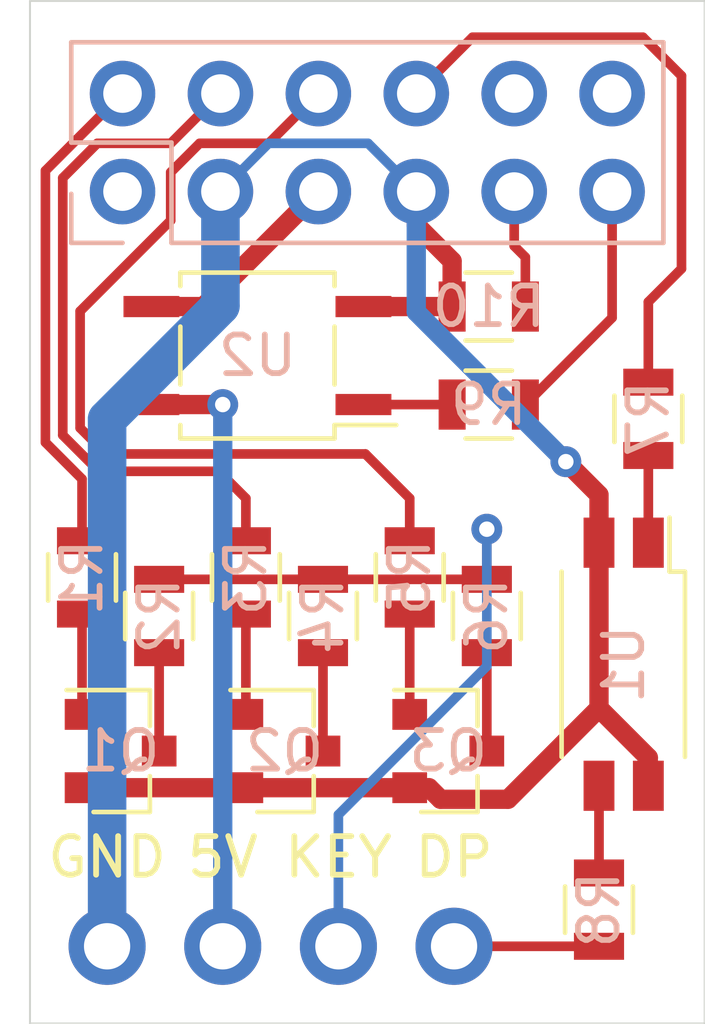
<source format=kicad_pcb>
(kicad_pcb (version 20171130) (host pcbnew "(5.1.7)-1")

  (general
    (thickness 1.6)
    (drawings 8)
    (tracks 79)
    (zones 0)
    (modules 20)
    (nets 24)
  )

  (page A4)
  (layers
    (0 F.Cu signal)
    (31 B.Cu signal)
    (32 B.Adhes user)
    (33 F.Adhes user)
    (34 B.Paste user)
    (35 F.Paste user)
    (36 B.SilkS user)
    (37 F.SilkS user)
    (38 B.Mask user)
    (39 F.Mask user)
    (40 Dwgs.User user)
    (41 Cmts.User user)
    (42 Eco1.User user)
    (43 Eco2.User user)
    (44 Edge.Cuts user)
    (45 Margin user)
    (46 B.CrtYd user)
    (47 F.CrtYd user)
    (48 B.Fab user hide)
    (49 F.Fab user hide)
  )

  (setup
    (last_trace_width 0.25)
    (user_trace_width 0.5)
    (user_trace_width 0.75)
    (user_trace_width 1)
    (user_trace_width 1.5)
    (trace_clearance 0.2)
    (zone_clearance 0.508)
    (zone_45_only no)
    (trace_min 0.2)
    (via_size 0.8)
    (via_drill 0.4)
    (via_min_size 0.4)
    (via_min_drill 0.3)
    (uvia_size 0.3)
    (uvia_drill 0.1)
    (uvias_allowed no)
    (uvia_min_size 0.2)
    (uvia_min_drill 0.1)
    (edge_width 0.05)
    (segment_width 0.2)
    (pcb_text_width 0.3)
    (pcb_text_size 1.5 1.5)
    (mod_edge_width 0.12)
    (mod_text_size 1 1)
    (mod_text_width 0.15)
    (pad_size 1.7 1.7)
    (pad_drill 1)
    (pad_to_mask_clearance 0)
    (aux_axis_origin 0 0)
    (visible_elements 7FFFFF7F)
    (pcbplotparams
      (layerselection 0x010fc_ffffffff)
      (usegerberextensions true)
      (usegerberattributes false)
      (usegerberadvancedattributes false)
      (creategerberjobfile false)
      (excludeedgelayer true)
      (linewidth 0.100000)
      (plotframeref false)
      (viasonmask false)
      (mode 1)
      (useauxorigin false)
      (hpglpennumber 1)
      (hpglpenspeed 20)
      (hpglpendiameter 15.000000)
      (psnegative false)
      (psa4output false)
      (plotreference true)
      (plotvalue false)
      (plotinvisibletext false)
      (padsonsilk false)
      (subtractmaskfromsilk true)
      (outputformat 1)
      (mirror false)
      (drillshape 0)
      (scaleselection 1)
      (outputdirectory "gerber"))
  )

  (net 0 "")
  (net 1 "Net-(Q1-Pad1)")
  (net 2 "Net-(Q2-Pad1)")
  (net 3 "Net-(Q3-Pad1)")
  (net 4 GND)
  (net 5 KEY)
  (net 6 "Net-(J1-Pad12)")
  (net 7 "Net-(Q1-Pad3)")
  (net 8 "Net-(Q2-Pad3)")
  (net 9 "Net-(Q3-Pad3)")
  (net 10 3.3V)
  (net 11 PA5)
  (net 12 PA4)
  (net 13 5V)
  (net 14 PA3)
  (net 15 PA2)
  (net 16 PB11)
  (net 17 PA1)
  (net 18 PB10)
  (net 19 DP)
  (net 20 "Net-(J3-Pad1)")
  (net 21 "Net-(R7-Pad1)")
  (net 22 "Net-(R8-Pad2)")
  (net 23 "Net-(R9-Pad1)")

  (net_class Default "This is the default net class."
    (clearance 0.2)
    (trace_width 0.25)
    (via_dia 0.8)
    (via_drill 0.4)
    (uvia_dia 0.3)
    (uvia_drill 0.1)
    (add_net 3.3V)
    (add_net 5V)
    (add_net DP)
    (add_net GND)
    (add_net KEY)
    (add_net "Net-(J1-Pad12)")
    (add_net "Net-(J3-Pad1)")
    (add_net "Net-(Q1-Pad1)")
    (add_net "Net-(Q1-Pad3)")
    (add_net "Net-(Q2-Pad1)")
    (add_net "Net-(Q2-Pad3)")
    (add_net "Net-(Q3-Pad1)")
    (add_net "Net-(Q3-Pad3)")
    (add_net "Net-(R7-Pad1)")
    (add_net "Net-(R8-Pad2)")
    (add_net "Net-(R9-Pad1)")
    (add_net PA1)
    (add_net PA2)
    (add_net PA3)
    (add_net PA4)
    (add_net PA5)
    (add_net PB10)
    (add_net PB11)
  )

  (module Housings_SSOP:SOP-4_4.4x2.8mm_Pitch1.27mm (layer F.Cu) (tedit 58A079E7) (tstamp 6230EAB2)
    (at 30.5 32 270)
    (descr "4-Lead Plastic Small Outline http://www.vishay.com/docs/49633/sg2098.pdf")
    (tags "SOP 1.27")
    (path /6209A4FA)
    (attr smd)
    (fp_text reference U1 (at 0 0 90) (layer B.SilkS)
      (effects (font (size 1 1) (thickness 0.15)) (justify mirror))
    )
    (fp_text value LTV-217 (at 1 2.5 90) (layer F.Fab)
      (effects (font (size 1 1) (thickness 0.15)))
    )
    (fp_text user %R (at 0 0 90) (layer F.Fab)
      (effects (font (size 0.8 0.8) (thickness 0.15)))
    )
    (fp_line (start -2.2 -0.79) (end -1.6 -1.39) (layer F.Fab) (width 0.1))
    (fp_line (start -2.4 -1.59) (end -2.4 -1.19) (layer F.SilkS) (width 0.12))
    (fp_line (start -2.4 -1.19) (end -3.8 -1.19) (layer F.SilkS) (width 0.12))
    (fp_line (start -1.6 -1.39) (end 2.2 -1.39) (layer F.Fab) (width 0.1))
    (fp_line (start 2.2 -1.39) (end 2.2 1.41) (layer F.Fab) (width 0.1))
    (fp_line (start 2.2 1.41) (end -2.2 1.41) (layer F.Fab) (width 0.1))
    (fp_line (start -2.2 1.41) (end -2.2 -0.79) (layer F.Fab) (width 0.1))
    (fp_line (start -2.4 -1.59) (end 2.4 -1.59) (layer F.SilkS) (width 0.12))
    (fp_line (start -2.4 1.61) (end 2.4 1.61) (layer F.SilkS) (width 0.12))
    (fp_line (start -4.05 -1.64) (end 4.05 -1.64) (layer F.CrtYd) (width 0.05))
    (fp_line (start -4.05 -1.64) (end -4.05 1.66) (layer F.CrtYd) (width 0.05))
    (fp_line (start 4.05 1.66) (end 4.05 -1.64) (layer F.CrtYd) (width 0.05))
    (fp_line (start 4.05 1.66) (end -4.05 1.66) (layer F.CrtYd) (width 0.05))
    (pad 4 smd rect (at 3.15 -0.64 270) (size 1.3 0.8) (layers F.Cu F.Paste F.Mask)
      (net 4 GND))
    (pad 3 smd rect (at 3.15 0.64 270) (size 1.3 0.8) (layers F.Cu F.Paste F.Mask)
      (net 22 "Net-(R8-Pad2)"))
    (pad 2 smd rect (at -3.15 0.64 270) (size 1.3 0.8) (layers F.Cu F.Paste F.Mask)
      (net 4 GND))
    (pad 1 smd rect (at -3.15 -0.64 270) (size 1.3 0.8) (layers F.Cu F.Paste F.Mask)
      (net 21 "Net-(R7-Pad1)"))
    (model ${KISYS3DMOD}/Housings_SSOP.3dshapes/SOP-4_4.4x2.8mm_Pitch1.27mm.wrl
      (at (xyz 0 0 0))
      (scale (xyz 1 1 1))
      (rotate (xyz 0 0 0))
    )
  )

  (module Housings_SSOP:SOP-4_3.8x4.1mm_Pitch2.54mm (layer F.Cu) (tedit 59597039) (tstamp 6230E57F)
    (at 21 24 180)
    (descr "Specialized footprint for IXYS CPC1017N solid state relay similar to SO-4 http://www.ixysic.com/home/pdfs.nsf/www/CPC1017N.pdf/$file/CPC1017N.pdf")
    (tags "SO SOIC 2.54")
    (path /623115FD)
    (attr smd)
    (fp_text reference U2 (at 0 0) (layer B.SilkS)
      (effects (font (size 1 1) (thickness 0.15)) (justify mirror))
    )
    (fp_text value AQY282SX (at 0 3.5) (layer F.Fab)
      (effects (font (size 1 1) (thickness 0.15)))
    )
    (fp_line (start -1.905 -1.0445) (end -0.905 -2.0445) (layer F.Fab) (width 0.1))
    (fp_line (start 2 0.75) (end 2 -0.75) (layer F.SilkS) (width 0.12))
    (fp_line (start -2 0.75) (end -2 -0.75) (layer F.SilkS) (width 0.12))
    (fp_line (start -1.905 2.0445) (end -1.905 -1.0445) (layer F.Fab) (width 0.1))
    (fp_line (start 1.905 2.0445) (end 1.905 -2.0445) (layer F.Fab) (width 0.1))
    (fp_line (start -1.905 2.0445) (end 1.905 2.0445) (layer F.Fab) (width 0.1))
    (fp_line (start 3.73 -2.3) (end 3.73 2.3) (layer F.CrtYd) (width 0.05))
    (fp_line (start 3.73 2.3) (end -3.73 2.3) (layer F.CrtYd) (width 0.05))
    (fp_line (start -3.73 2.3) (end -3.73 -2.3) (layer F.CrtYd) (width 0.05))
    (fp_line (start -3.73 -2.3) (end 3.73 -2.3) (layer F.CrtYd) (width 0.05))
    (fp_line (start -2 -1.8) (end -2 -2.15) (layer F.SilkS) (width 0.12))
    (fp_line (start -2 -2.15) (end 2 -2.15) (layer F.SilkS) (width 0.12))
    (fp_line (start 2 -2.15) (end 2 -1.8) (layer F.SilkS) (width 0.12))
    (fp_line (start -2 -1.8) (end -3.6 -1.8) (layer F.SilkS) (width 0.12))
    (fp_line (start -2 1.8) (end -2 2.15) (layer F.SilkS) (width 0.12))
    (fp_line (start -2 2.15) (end 2 2.15) (layer F.SilkS) (width 0.12))
    (fp_line (start 2 2.15) (end 2 1.8) (layer F.SilkS) (width 0.12))
    (fp_line (start -0.905 -2.0445) (end 1.905 -2.0445) (layer F.Fab) (width 0.1))
    (fp_text user %R (at 0 0) (layer F.Fab)
      (effects (font (size 0.8 0.8) (thickness 0.12)))
    )
    (pad 1 smd rect (at -2.75 -1.27 180) (size 1.45 0.55) (layers F.Cu F.Paste F.Mask)
      (net 23 "Net-(R9-Pad1)"))
    (pad 2 smd rect (at -2.75 1.27 180) (size 1.45 0.55) (layers F.Cu F.Paste F.Mask)
      (net 4 GND))
    (pad 3 smd rect (at 2.75 1.27 180) (size 1.45 0.55) (layers F.Cu F.Paste F.Mask)
      (net 13 5V))
    (pad 4 smd rect (at 2.75 -1.27 180) (size 1.45 0.55) (layers F.Cu F.Paste F.Mask)
      (net 20 "Net-(J3-Pad1)"))
    (model ${KISYS3DMOD}/Housings_SSOP.3dshapes/SOP-4_3.8x4.1mm_Pitch2.54mm.wrl
      (at (xyz 0 0 0))
      (scale (xyz 1 1 1))
      (rotate (xyz 0 0 0))
    )
  )

  (module Resistors_SMD:R_0805 (layer F.Cu) (tedit 58E0A804) (tstamp 6230E525)
    (at 27 25.27)
    (descr "Resistor SMD 0805, reflow soldering, Vishay (see dcrcw.pdf)")
    (tags "resistor 0805")
    (path /6231C84F)
    (attr smd)
    (fp_text reference R9 (at 0 0) (layer B.SilkS)
      (effects (font (size 1 1) (thickness 0.15)) (justify mirror))
    )
    (fp_text value 820 (at 0 1.75) (layer F.Fab)
      (effects (font (size 1 1) (thickness 0.15)))
    )
    (fp_line (start 1.55 0.9) (end -1.55 0.9) (layer F.CrtYd) (width 0.05))
    (fp_line (start 1.55 0.9) (end 1.55 -0.9) (layer F.CrtYd) (width 0.05))
    (fp_line (start -1.55 -0.9) (end -1.55 0.9) (layer F.CrtYd) (width 0.05))
    (fp_line (start -1.55 -0.9) (end 1.55 -0.9) (layer F.CrtYd) (width 0.05))
    (fp_line (start -0.6 -0.88) (end 0.6 -0.88) (layer F.SilkS) (width 0.12))
    (fp_line (start 0.6 0.88) (end -0.6 0.88) (layer F.SilkS) (width 0.12))
    (fp_line (start -1 -0.62) (end 1 -0.62) (layer F.Fab) (width 0.1))
    (fp_line (start 1 -0.62) (end 1 0.62) (layer F.Fab) (width 0.1))
    (fp_line (start 1 0.62) (end -1 0.62) (layer F.Fab) (width 0.1))
    (fp_line (start -1 0.62) (end -1 -0.62) (layer F.Fab) (width 0.1))
    (fp_text user %R (at 0 0) (layer F.Fab)
      (effects (font (size 0.5 0.5) (thickness 0.075)))
    )
    (pad 1 smd rect (at -0.95 0) (size 0.7 1.3) (layers F.Cu F.Paste F.Mask)
      (net 23 "Net-(R9-Pad1)"))
    (pad 2 smd rect (at 0.95 0) (size 0.7 1.3) (layers F.Cu F.Paste F.Mask)
      (net 18 PB10))
    (model ${KISYS3DMOD}/Resistors_SMD.3dshapes/R_0805.wrl
      (at (xyz 0 0 0))
      (scale (xyz 1 1 1))
      (rotate (xyz 0 0 0))
    )
  )

  (module Wire_Pads:SolderWirePad_single_1mmDrill (layer F.Cu) (tedit 620A1F99) (tstamp 620A4534)
    (at 26.1 39.31)
    (path /620E0D04)
    (fp_text reference J5 (at 0 -3.81) (layer F.SilkS) hide
      (effects (font (size 1 1) (thickness 0.15)))
    )
    (fp_text value Conn_01x01 (at -1.905 3.175) (layer F.Fab)
      (effects (font (size 1 1) (thickness 0.15)))
    )
    (pad 1 thru_hole circle (at 0 0) (size 2 2) (drill 1.2) (layers *.Cu *.Mask)
      (net 19 DP))
  )

  (module Wire_Pads:SolderWirePad_single_1mmDrill (layer F.Cu) (tedit 620A1FA2) (tstamp 620A4531)
    (at 23.1 39.31)
    (path /620E0A64)
    (fp_text reference J4 (at 0 -3.81) (layer F.SilkS) hide
      (effects (font (size 1 1) (thickness 0.15)))
    )
    (fp_text value Conn_01x01 (at -1.905 3.175) (layer F.Fab)
      (effects (font (size 1 1) (thickness 0.15)))
    )
    (pad 1 thru_hole circle (at 0 0) (size 2 2) (drill 1.2) (layers *.Cu *.Mask)
      (net 5 KEY))
  )

  (module Wire_Pads:SolderWirePad_single_1mmDrill (layer F.Cu) (tedit 620A1FAA) (tstamp 620A452E)
    (at 20.1 39.31)
    (path /620E063F)
    (fp_text reference J3 (at 0 -3.81) (layer F.SilkS) hide
      (effects (font (size 1 1) (thickness 0.15)))
    )
    (fp_text value Conn_01x01 (at -1.905 3.175) (layer F.Fab)
      (effects (font (size 1 1) (thickness 0.15)))
    )
    (pad 1 thru_hole circle (at 0 0) (size 2 2) (drill 1.2) (layers *.Cu *.Mask)
      (net 20 "Net-(J3-Pad1)"))
  )

  (module Wire_Pads:SolderWirePad_single_1mmDrill (layer F.Cu) (tedit 620A1FB3) (tstamp 620A452B)
    (at 17.1 39.31)
    (path /620DFC49)
    (fp_text reference J2 (at 0 -3.81) (layer F.SilkS) hide
      (effects (font (size 1 1) (thickness 0.15)))
    )
    (fp_text value Conn_01x01 (at -1.905 3.175) (layer F.Fab)
      (effects (font (size 1 1) (thickness 0.15)))
    )
    (pad 1 thru_hole circle (at 0 0) (size 2 2) (drill 1.2) (layers *.Cu *.Mask)
      (net 4 GND))
  )

  (module Resistors_SMD:R_0805 (layer F.Cu) (tedit 58E0A804) (tstamp 620977D5)
    (at 29.86 38.36 90)
    (descr "Resistor SMD 0805, reflow soldering, Vishay (see dcrcw.pdf)")
    (tags "resistor 0805")
    (path /620B02F2)
    (attr smd)
    (fp_text reference R8 (at 0 0 90) (layer B.SilkS)
      (effects (font (size 1 1) (thickness 0.15)) (justify mirror))
    )
    (fp_text value 10k (at 0 1.75 90) (layer F.Fab)
      (effects (font (size 1 1) (thickness 0.15)))
    )
    (fp_line (start 1.55 0.9) (end -1.55 0.9) (layer F.CrtYd) (width 0.05))
    (fp_line (start 1.55 0.9) (end 1.55 -0.9) (layer F.CrtYd) (width 0.05))
    (fp_line (start -1.55 -0.9) (end -1.55 0.9) (layer F.CrtYd) (width 0.05))
    (fp_line (start -1.55 -0.9) (end 1.55 -0.9) (layer F.CrtYd) (width 0.05))
    (fp_line (start -0.6 -0.88) (end 0.6 -0.88) (layer F.SilkS) (width 0.12))
    (fp_line (start 0.6 0.88) (end -0.6 0.88) (layer F.SilkS) (width 0.12))
    (fp_line (start -1 -0.62) (end 1 -0.62) (layer F.Fab) (width 0.1))
    (fp_line (start 1 -0.62) (end 1 0.62) (layer F.Fab) (width 0.1))
    (fp_line (start 1 0.62) (end -1 0.62) (layer F.Fab) (width 0.1))
    (fp_line (start -1 0.62) (end -1 -0.62) (layer F.Fab) (width 0.1))
    (fp_text user %R (at 0 0 90) (layer F.Fab)
      (effects (font (size 0.5 0.5) (thickness 0.075)))
    )
    (pad 1 smd rect (at -0.95 0 90) (size 0.7 1.3) (layers F.Cu F.Paste F.Mask)
      (net 19 DP))
    (pad 2 smd rect (at 0.95 0 90) (size 0.7 1.3) (layers F.Cu F.Paste F.Mask)
      (net 22 "Net-(R8-Pad2)"))
    (model ${KISYS3DMOD}/Resistors_SMD.3dshapes/R_0805.wrl
      (at (xyz 0 0 0))
      (scale (xyz 1 1 1))
      (rotate (xyz 0 0 0))
    )
  )

  (module Resistors_SMD:R_0805 (layer F.Cu) (tedit 58E0A804) (tstamp 620977D2)
    (at 31.14 25.64 90)
    (descr "Resistor SMD 0805, reflow soldering, Vishay (see dcrcw.pdf)")
    (tags "resistor 0805")
    (path /620AE0E0)
    (attr smd)
    (fp_text reference R7 (at 0 0 90) (layer B.SilkS)
      (effects (font (size 1 1) (thickness 0.15)) (justify mirror))
    )
    (fp_text value 3.3k (at 0 1.75 90) (layer F.Fab)
      (effects (font (size 1 1) (thickness 0.15)))
    )
    (fp_text user %R (at 0 0 90) (layer F.Fab)
      (effects (font (size 0.5 0.5) (thickness 0.075)))
    )
    (fp_line (start -1 0.62) (end -1 -0.62) (layer F.Fab) (width 0.1))
    (fp_line (start 1 0.62) (end -1 0.62) (layer F.Fab) (width 0.1))
    (fp_line (start 1 -0.62) (end 1 0.62) (layer F.Fab) (width 0.1))
    (fp_line (start -1 -0.62) (end 1 -0.62) (layer F.Fab) (width 0.1))
    (fp_line (start 0.6 0.88) (end -0.6 0.88) (layer F.SilkS) (width 0.12))
    (fp_line (start -0.6 -0.88) (end 0.6 -0.88) (layer F.SilkS) (width 0.12))
    (fp_line (start -1.55 -0.9) (end 1.55 -0.9) (layer F.CrtYd) (width 0.05))
    (fp_line (start -1.55 -0.9) (end -1.55 0.9) (layer F.CrtYd) (width 0.05))
    (fp_line (start 1.55 0.9) (end 1.55 -0.9) (layer F.CrtYd) (width 0.05))
    (fp_line (start 1.55 0.9) (end -1.55 0.9) (layer F.CrtYd) (width 0.05))
    (pad 2 smd rect (at 0.95 0 90) (size 0.7 1.3) (layers F.Cu F.Paste F.Mask)
      (net 15 PA2))
    (pad 1 smd rect (at -0.95 0 90) (size 0.7 1.3) (layers F.Cu F.Paste F.Mask)
      (net 21 "Net-(R7-Pad1)"))
    (model ${KISYS3DMOD}/Resistors_SMD.3dshapes/R_0805.wrl
      (at (xyz 0 0 0))
      (scale (xyz 1 1 1))
      (rotate (xyz 0 0 0))
    )
  )

  (module Resistors_SMD:R_0805 (layer F.Cu) (tedit 58E0A804) (tstamp 620977CF)
    (at 27 22.73)
    (descr "Resistor SMD 0805, reflow soldering, Vishay (see dcrcw.pdf)")
    (tags "resistor 0805")
    (path /620A534F)
    (attr smd)
    (fp_text reference R10 (at 0 0) (layer B.SilkS)
      (effects (font (size 1 1) (thickness 0.15)) (justify mirror))
    )
    (fp_text value 1k (at 0 1.75) (layer F.Fab)
      (effects (font (size 1 1) (thickness 0.15)))
    )
    (fp_line (start 1.55 0.9) (end -1.55 0.9) (layer F.CrtYd) (width 0.05))
    (fp_line (start 1.55 0.9) (end 1.55 -0.9) (layer F.CrtYd) (width 0.05))
    (fp_line (start -1.55 -0.9) (end -1.55 0.9) (layer F.CrtYd) (width 0.05))
    (fp_line (start -1.55 -0.9) (end 1.55 -0.9) (layer F.CrtYd) (width 0.05))
    (fp_line (start -0.6 -0.88) (end 0.6 -0.88) (layer F.SilkS) (width 0.12))
    (fp_line (start 0.6 0.88) (end -0.6 0.88) (layer F.SilkS) (width 0.12))
    (fp_line (start -1 -0.62) (end 1 -0.62) (layer F.Fab) (width 0.1))
    (fp_line (start 1 -0.62) (end 1 0.62) (layer F.Fab) (width 0.1))
    (fp_line (start 1 0.62) (end -1 0.62) (layer F.Fab) (width 0.1))
    (fp_line (start -1 0.62) (end -1 -0.62) (layer F.Fab) (width 0.1))
    (fp_text user %R (at 0 0) (layer F.Fab)
      (effects (font (size 0.5 0.5) (thickness 0.075)))
    )
    (pad 1 smd rect (at -0.95 0) (size 0.7 1.3) (layers F.Cu F.Paste F.Mask)
      (net 4 GND))
    (pad 2 smd rect (at 0.95 0) (size 0.7 1.3) (layers F.Cu F.Paste F.Mask)
      (net 16 PB11))
    (model ${KISYS3DMOD}/Resistors_SMD.3dshapes/R_0805.wrl
      (at (xyz 0 0 0))
      (scale (xyz 1 1 1))
      (rotate (xyz 0 0 0))
    )
  )

  (module Resistors_SMD:R_0805 (layer F.Cu) (tedit 58E0A804) (tstamp 620977C6)
    (at 26.95 30.75 90)
    (descr "Resistor SMD 0805, reflow soldering, Vishay (see dcrcw.pdf)")
    (tags "resistor 0805")
    (path /61E4E0EF)
    (attr smd)
    (fp_text reference R6 (at 0 0 90) (layer B.SilkS)
      (effects (font (size 1 1) (thickness 0.15)) (justify mirror))
    )
    (fp_text value 9.1k (at 0 1.75 90) (layer F.Fab)
      (effects (font (size 1 1) (thickness 0.15)))
    )
    (fp_line (start 1.55 0.9) (end -1.55 0.9) (layer F.CrtYd) (width 0.05))
    (fp_line (start 1.55 0.9) (end 1.55 -0.9) (layer F.CrtYd) (width 0.05))
    (fp_line (start -1.55 -0.9) (end -1.55 0.9) (layer F.CrtYd) (width 0.05))
    (fp_line (start -1.55 -0.9) (end 1.55 -0.9) (layer F.CrtYd) (width 0.05))
    (fp_line (start -0.6 -0.88) (end 0.6 -0.88) (layer F.SilkS) (width 0.12))
    (fp_line (start 0.6 0.88) (end -0.6 0.88) (layer F.SilkS) (width 0.12))
    (fp_line (start -1 -0.62) (end 1 -0.62) (layer F.Fab) (width 0.1))
    (fp_line (start 1 -0.62) (end 1 0.62) (layer F.Fab) (width 0.1))
    (fp_line (start 1 0.62) (end -1 0.62) (layer F.Fab) (width 0.1))
    (fp_line (start -1 0.62) (end -1 -0.62) (layer F.Fab) (width 0.1))
    (fp_text user %R (at 0 0 90) (layer F.Fab)
      (effects (font (size 0.5 0.5) (thickness 0.075)))
    )
    (pad 1 smd rect (at -0.95 0 90) (size 0.7 1.3) (layers F.Cu F.Paste F.Mask)
      (net 9 "Net-(Q3-Pad3)"))
    (pad 2 smd rect (at 0.95 0 90) (size 0.7 1.3) (layers F.Cu F.Paste F.Mask)
      (net 5 KEY))
    (model ${KISYS3DMOD}/Resistors_SMD.3dshapes/R_0805.wrl
      (at (xyz 0 0 0))
      (scale (xyz 1 1 1))
      (rotate (xyz 0 0 0))
    )
  )

  (module Resistors_SMD:R_0805 (layer F.Cu) (tedit 58E0A804) (tstamp 620977C3)
    (at 24.95 29.75 90)
    (descr "Resistor SMD 0805, reflow soldering, Vishay (see dcrcw.pdf)")
    (tags "resistor 0805")
    (path /61E4E0F9)
    (attr smd)
    (fp_text reference R5 (at 0 0 90) (layer B.SilkS)
      (effects (font (size 1 1) (thickness 0.15)) (justify mirror))
    )
    (fp_text value 3.3k (at 0 1.75 90) (layer F.Fab)
      (effects (font (size 1 1) (thickness 0.15)))
    )
    (fp_line (start 1.55 0.9) (end -1.55 0.9) (layer F.CrtYd) (width 0.05))
    (fp_line (start 1.55 0.9) (end 1.55 -0.9) (layer F.CrtYd) (width 0.05))
    (fp_line (start -1.55 -0.9) (end -1.55 0.9) (layer F.CrtYd) (width 0.05))
    (fp_line (start -1.55 -0.9) (end 1.55 -0.9) (layer F.CrtYd) (width 0.05))
    (fp_line (start -0.6 -0.88) (end 0.6 -0.88) (layer F.SilkS) (width 0.12))
    (fp_line (start 0.6 0.88) (end -0.6 0.88) (layer F.SilkS) (width 0.12))
    (fp_line (start -1 -0.62) (end 1 -0.62) (layer F.Fab) (width 0.1))
    (fp_line (start 1 -0.62) (end 1 0.62) (layer F.Fab) (width 0.1))
    (fp_line (start 1 0.62) (end -1 0.62) (layer F.Fab) (width 0.1))
    (fp_line (start -1 0.62) (end -1 -0.62) (layer F.Fab) (width 0.1))
    (fp_text user %R (at 0 0 90) (layer F.Fab)
      (effects (font (size 0.5 0.5) (thickness 0.075)))
    )
    (pad 1 smd rect (at -0.95 0 90) (size 0.7 1.3) (layers F.Cu F.Paste F.Mask)
      (net 3 "Net-(Q3-Pad1)"))
    (pad 2 smd rect (at 0.95 0 90) (size 0.7 1.3) (layers F.Cu F.Paste F.Mask)
      (net 14 PA3))
    (model ${KISYS3DMOD}/Resistors_SMD.3dshapes/R_0805.wrl
      (at (xyz 0 0 0))
      (scale (xyz 1 1 1))
      (rotate (xyz 0 0 0))
    )
  )

  (module Resistors_SMD:R_0805 (layer F.Cu) (tedit 58E0A804) (tstamp 620977C0)
    (at 22.7 30.75 90)
    (descr "Resistor SMD 0805, reflow soldering, Vishay (see dcrcw.pdf)")
    (tags "resistor 0805")
    (path /61E5120D)
    (attr smd)
    (fp_text reference R4 (at 0 0 90) (layer B.SilkS)
      (effects (font (size 1 1) (thickness 0.15)) (justify mirror))
    )
    (fp_text value 33k (at 0 1.75 90) (layer F.Fab)
      (effects (font (size 1 1) (thickness 0.15)))
    )
    (fp_line (start 1.55 0.9) (end -1.55 0.9) (layer F.CrtYd) (width 0.05))
    (fp_line (start 1.55 0.9) (end 1.55 -0.9) (layer F.CrtYd) (width 0.05))
    (fp_line (start -1.55 -0.9) (end -1.55 0.9) (layer F.CrtYd) (width 0.05))
    (fp_line (start -1.55 -0.9) (end 1.55 -0.9) (layer F.CrtYd) (width 0.05))
    (fp_line (start -0.6 -0.88) (end 0.6 -0.88) (layer F.SilkS) (width 0.12))
    (fp_line (start 0.6 0.88) (end -0.6 0.88) (layer F.SilkS) (width 0.12))
    (fp_line (start -1 -0.62) (end 1 -0.62) (layer F.Fab) (width 0.1))
    (fp_line (start 1 -0.62) (end 1 0.62) (layer F.Fab) (width 0.1))
    (fp_line (start 1 0.62) (end -1 0.62) (layer F.Fab) (width 0.1))
    (fp_line (start -1 0.62) (end -1 -0.62) (layer F.Fab) (width 0.1))
    (fp_text user %R (at 0 0 90) (layer F.Fab)
      (effects (font (size 0.5 0.5) (thickness 0.075)))
    )
    (pad 1 smd rect (at -0.95 0 90) (size 0.7 1.3) (layers F.Cu F.Paste F.Mask)
      (net 8 "Net-(Q2-Pad3)"))
    (pad 2 smd rect (at 0.95 0 90) (size 0.7 1.3) (layers F.Cu F.Paste F.Mask)
      (net 5 KEY))
    (model ${KISYS3DMOD}/Resistors_SMD.3dshapes/R_0805.wrl
      (at (xyz 0 0 0))
      (scale (xyz 1 1 1))
      (rotate (xyz 0 0 0))
    )
  )

  (module Resistors_SMD:R_0805 (layer F.Cu) (tedit 58E0A804) (tstamp 620977BD)
    (at 20.7 29.75 90)
    (descr "Resistor SMD 0805, reflow soldering, Vishay (see dcrcw.pdf)")
    (tags "resistor 0805")
    (path /61E51217)
    (attr smd)
    (fp_text reference R3 (at 0 0 90) (layer B.SilkS)
      (effects (font (size 1 1) (thickness 0.15)) (justify mirror))
    )
    (fp_text value 3.3k (at 0 1.75 90) (layer F.Fab)
      (effects (font (size 1 1) (thickness 0.15)))
    )
    (fp_line (start 1.55 0.9) (end -1.55 0.9) (layer F.CrtYd) (width 0.05))
    (fp_line (start 1.55 0.9) (end 1.55 -0.9) (layer F.CrtYd) (width 0.05))
    (fp_line (start -1.55 -0.9) (end -1.55 0.9) (layer F.CrtYd) (width 0.05))
    (fp_line (start -1.55 -0.9) (end 1.55 -0.9) (layer F.CrtYd) (width 0.05))
    (fp_line (start -0.6 -0.88) (end 0.6 -0.88) (layer F.SilkS) (width 0.12))
    (fp_line (start 0.6 0.88) (end -0.6 0.88) (layer F.SilkS) (width 0.12))
    (fp_line (start -1 -0.62) (end 1 -0.62) (layer F.Fab) (width 0.1))
    (fp_line (start 1 -0.62) (end 1 0.62) (layer F.Fab) (width 0.1))
    (fp_line (start 1 0.62) (end -1 0.62) (layer F.Fab) (width 0.1))
    (fp_line (start -1 0.62) (end -1 -0.62) (layer F.Fab) (width 0.1))
    (fp_text user %R (at 0 0 90) (layer F.Fab)
      (effects (font (size 0.5 0.5) (thickness 0.075)))
    )
    (pad 1 smd rect (at -0.95 0 90) (size 0.7 1.3) (layers F.Cu F.Paste F.Mask)
      (net 2 "Net-(Q2-Pad1)"))
    (pad 2 smd rect (at 0.95 0 90) (size 0.7 1.3) (layers F.Cu F.Paste F.Mask)
      (net 12 PA4))
    (model ${KISYS3DMOD}/Resistors_SMD.3dshapes/R_0805.wrl
      (at (xyz 0 0 0))
      (scale (xyz 1 1 1))
      (rotate (xyz 0 0 0))
    )
  )

  (module Resistors_SMD:R_0805 (layer F.Cu) (tedit 58E0A804) (tstamp 620977BA)
    (at 18.45 30.75 90)
    (descr "Resistor SMD 0805, reflow soldering, Vishay (see dcrcw.pdf)")
    (tags "resistor 0805")
    (path /61E4F7B1)
    (attr smd)
    (fp_text reference R2 (at 0 0 90) (layer B.SilkS)
      (effects (font (size 1 1) (thickness 0.15)) (justify mirror))
    )
    (fp_text value 51k (at 0 1.75 90) (layer F.Fab)
      (effects (font (size 1 1) (thickness 0.15)))
    )
    (fp_line (start 1.55 0.9) (end -1.55 0.9) (layer F.CrtYd) (width 0.05))
    (fp_line (start 1.55 0.9) (end 1.55 -0.9) (layer F.CrtYd) (width 0.05))
    (fp_line (start -1.55 -0.9) (end -1.55 0.9) (layer F.CrtYd) (width 0.05))
    (fp_line (start -1.55 -0.9) (end 1.55 -0.9) (layer F.CrtYd) (width 0.05))
    (fp_line (start -0.6 -0.88) (end 0.6 -0.88) (layer F.SilkS) (width 0.12))
    (fp_line (start 0.6 0.88) (end -0.6 0.88) (layer F.SilkS) (width 0.12))
    (fp_line (start -1 -0.62) (end 1 -0.62) (layer F.Fab) (width 0.1))
    (fp_line (start 1 -0.62) (end 1 0.62) (layer F.Fab) (width 0.1))
    (fp_line (start 1 0.62) (end -1 0.62) (layer F.Fab) (width 0.1))
    (fp_line (start -1 0.62) (end -1 -0.62) (layer F.Fab) (width 0.1))
    (fp_text user %R (at 0 0 90) (layer F.Fab)
      (effects (font (size 0.5 0.5) (thickness 0.075)))
    )
    (pad 1 smd rect (at -0.95 0 90) (size 0.7 1.3) (layers F.Cu F.Paste F.Mask)
      (net 7 "Net-(Q1-Pad3)"))
    (pad 2 smd rect (at 0.95 0 90) (size 0.7 1.3) (layers F.Cu F.Paste F.Mask)
      (net 5 KEY))
    (model ${KISYS3DMOD}/Resistors_SMD.3dshapes/R_0805.wrl
      (at (xyz 0 0 0))
      (scale (xyz 1 1 1))
      (rotate (xyz 0 0 0))
    )
  )

  (module Resistors_SMD:R_0805 (layer F.Cu) (tedit 58E0A804) (tstamp 620977B7)
    (at 16.45 29.75 90)
    (descr "Resistor SMD 0805, reflow soldering, Vishay (see dcrcw.pdf)")
    (tags "resistor 0805")
    (path /61E4F7BB)
    (attr smd)
    (fp_text reference R1 (at 0 0 90) (layer B.SilkS)
      (effects (font (size 1 1) (thickness 0.15)) (justify mirror))
    )
    (fp_text value 3.3k (at 0 1.75 90) (layer F.Fab)
      (effects (font (size 1 1) (thickness 0.15)))
    )
    (fp_line (start 1.55 0.9) (end -1.55 0.9) (layer F.CrtYd) (width 0.05))
    (fp_line (start 1.55 0.9) (end 1.55 -0.9) (layer F.CrtYd) (width 0.05))
    (fp_line (start -1.55 -0.9) (end -1.55 0.9) (layer F.CrtYd) (width 0.05))
    (fp_line (start -1.55 -0.9) (end 1.55 -0.9) (layer F.CrtYd) (width 0.05))
    (fp_line (start -0.6 -0.88) (end 0.6 -0.88) (layer F.SilkS) (width 0.12))
    (fp_line (start 0.6 0.88) (end -0.6 0.88) (layer F.SilkS) (width 0.12))
    (fp_line (start -1 -0.62) (end 1 -0.62) (layer F.Fab) (width 0.1))
    (fp_line (start 1 -0.62) (end 1 0.62) (layer F.Fab) (width 0.1))
    (fp_line (start 1 0.62) (end -1 0.62) (layer F.Fab) (width 0.1))
    (fp_line (start -1 0.62) (end -1 -0.62) (layer F.Fab) (width 0.1))
    (fp_text user %R (at 0 0 90) (layer F.Fab)
      (effects (font (size 0.5 0.5) (thickness 0.075)))
    )
    (pad 1 smd rect (at -0.95 0 90) (size 0.7 1.3) (layers F.Cu F.Paste F.Mask)
      (net 1 "Net-(Q1-Pad1)"))
    (pad 2 smd rect (at 0.95 0 90) (size 0.7 1.3) (layers F.Cu F.Paste F.Mask)
      (net 11 PA5))
    (model ${KISYS3DMOD}/Resistors_SMD.3dshapes/R_0805.wrl
      (at (xyz 0 0 0))
      (scale (xyz 1 1 1))
      (rotate (xyz 0 0 0))
    )
  )

  (module TO_SOT_Packages_SMD:SOT-23 (layer F.Cu) (tedit 58CE4E7E) (tstamp 620977B1)
    (at 25.95 34.25)
    (descr "SOT-23, Standard")
    (tags SOT-23)
    (path /61E4DFED)
    (attr smd)
    (fp_text reference Q3 (at 0 0) (layer B.SilkS)
      (effects (font (size 1 1) (thickness 0.15)) (justify mirror))
    )
    (fp_text value BC847 (at 0 2.5) (layer F.Fab)
      (effects (font (size 1 1) (thickness 0.15)))
    )
    (fp_line (start 0.76 1.58) (end -0.7 1.58) (layer F.SilkS) (width 0.12))
    (fp_line (start 0.76 -1.58) (end -1.4 -1.58) (layer F.SilkS) (width 0.12))
    (fp_line (start -1.7 1.75) (end -1.7 -1.75) (layer F.CrtYd) (width 0.05))
    (fp_line (start 1.7 1.75) (end -1.7 1.75) (layer F.CrtYd) (width 0.05))
    (fp_line (start 1.7 -1.75) (end 1.7 1.75) (layer F.CrtYd) (width 0.05))
    (fp_line (start -1.7 -1.75) (end 1.7 -1.75) (layer F.CrtYd) (width 0.05))
    (fp_line (start 0.76 -1.58) (end 0.76 -0.65) (layer F.SilkS) (width 0.12))
    (fp_line (start 0.76 1.58) (end 0.76 0.65) (layer F.SilkS) (width 0.12))
    (fp_line (start -0.7 1.52) (end 0.7 1.52) (layer F.Fab) (width 0.1))
    (fp_line (start 0.7 -1.52) (end 0.7 1.52) (layer F.Fab) (width 0.1))
    (fp_line (start -0.7 -0.95) (end -0.15 -1.52) (layer F.Fab) (width 0.1))
    (fp_line (start -0.15 -1.52) (end 0.7 -1.52) (layer F.Fab) (width 0.1))
    (fp_line (start -0.7 -0.95) (end -0.7 1.5) (layer F.Fab) (width 0.1))
    (fp_text user %R (at 0 0 90) (layer F.Fab)
      (effects (font (size 0.5 0.5) (thickness 0.075)))
    )
    (pad 1 smd rect (at -1 -0.95) (size 0.9 0.8) (layers F.Cu F.Paste F.Mask)
      (net 3 "Net-(Q3-Pad1)"))
    (pad 2 smd rect (at -1 0.95) (size 0.9 0.8) (layers F.Cu F.Paste F.Mask)
      (net 4 GND))
    (pad 3 smd rect (at 1 0) (size 0.9 0.8) (layers F.Cu F.Paste F.Mask)
      (net 9 "Net-(Q3-Pad3)"))
    (model ${KISYS3DMOD}/TO_SOT_Packages_SMD.3dshapes/SOT-23.wrl
      (at (xyz 0 0 0))
      (scale (xyz 1 1 1))
      (rotate (xyz 0 0 0))
    )
  )

  (module TO_SOT_Packages_SMD:SOT-23 (layer F.Cu) (tedit 58CE4E7E) (tstamp 620977AE)
    (at 21.7 34.25)
    (descr "SOT-23, Standard")
    (tags SOT-23)
    (path /61E5107B)
    (attr smd)
    (fp_text reference Q2 (at 0 0) (layer B.SilkS)
      (effects (font (size 1 1) (thickness 0.15)) (justify mirror))
    )
    (fp_text value BC847 (at 0 2.5) (layer F.Fab)
      (effects (font (size 1 1) (thickness 0.15)))
    )
    (fp_line (start 0.76 1.58) (end -0.7 1.58) (layer F.SilkS) (width 0.12))
    (fp_line (start 0.76 -1.58) (end -1.4 -1.58) (layer F.SilkS) (width 0.12))
    (fp_line (start -1.7 1.75) (end -1.7 -1.75) (layer F.CrtYd) (width 0.05))
    (fp_line (start 1.7 1.75) (end -1.7 1.75) (layer F.CrtYd) (width 0.05))
    (fp_line (start 1.7 -1.75) (end 1.7 1.75) (layer F.CrtYd) (width 0.05))
    (fp_line (start -1.7 -1.75) (end 1.7 -1.75) (layer F.CrtYd) (width 0.05))
    (fp_line (start 0.76 -1.58) (end 0.76 -0.65) (layer F.SilkS) (width 0.12))
    (fp_line (start 0.76 1.58) (end 0.76 0.65) (layer F.SilkS) (width 0.12))
    (fp_line (start -0.7 1.52) (end 0.7 1.52) (layer F.Fab) (width 0.1))
    (fp_line (start 0.7 -1.52) (end 0.7 1.52) (layer F.Fab) (width 0.1))
    (fp_line (start -0.7 -0.95) (end -0.15 -1.52) (layer F.Fab) (width 0.1))
    (fp_line (start -0.15 -1.52) (end 0.7 -1.52) (layer F.Fab) (width 0.1))
    (fp_line (start -0.7 -0.95) (end -0.7 1.5) (layer F.Fab) (width 0.1))
    (fp_text user %R (at 0 0 90) (layer F.Fab)
      (effects (font (size 0.5 0.5) (thickness 0.075)))
    )
    (pad 1 smd rect (at -1 -0.95) (size 0.9 0.8) (layers F.Cu F.Paste F.Mask)
      (net 2 "Net-(Q2-Pad1)"))
    (pad 2 smd rect (at -1 0.95) (size 0.9 0.8) (layers F.Cu F.Paste F.Mask)
      (net 4 GND))
    (pad 3 smd rect (at 1 0) (size 0.9 0.8) (layers F.Cu F.Paste F.Mask)
      (net 8 "Net-(Q2-Pad3)"))
    (model ${KISYS3DMOD}/TO_SOT_Packages_SMD.3dshapes/SOT-23.wrl
      (at (xyz 0 0 0))
      (scale (xyz 1 1 1))
      (rotate (xyz 0 0 0))
    )
  )

  (module TO_SOT_Packages_SMD:SOT-23 (layer F.Cu) (tedit 58CE4E7E) (tstamp 620977AB)
    (at 17.45 34.25)
    (descr "SOT-23, Standard")
    (tags SOT-23)
    (path /61E4F667)
    (attr smd)
    (fp_text reference Q1 (at 0 0) (layer B.SilkS)
      (effects (font (size 1 1) (thickness 0.15)) (justify mirror))
    )
    (fp_text value BC847 (at 0 2.5) (layer F.Fab)
      (effects (font (size 1 1) (thickness 0.15)))
    )
    (fp_line (start 0.76 1.58) (end -0.7 1.58) (layer F.SilkS) (width 0.12))
    (fp_line (start 0.76 -1.58) (end -1.4 -1.58) (layer F.SilkS) (width 0.12))
    (fp_line (start -1.7 1.75) (end -1.7 -1.75) (layer F.CrtYd) (width 0.05))
    (fp_line (start 1.7 1.75) (end -1.7 1.75) (layer F.CrtYd) (width 0.05))
    (fp_line (start 1.7 -1.75) (end 1.7 1.75) (layer F.CrtYd) (width 0.05))
    (fp_line (start -1.7 -1.75) (end 1.7 -1.75) (layer F.CrtYd) (width 0.05))
    (fp_line (start 0.76 -1.58) (end 0.76 -0.65) (layer F.SilkS) (width 0.12))
    (fp_line (start 0.76 1.58) (end 0.76 0.65) (layer F.SilkS) (width 0.12))
    (fp_line (start -0.7 1.52) (end 0.7 1.52) (layer F.Fab) (width 0.1))
    (fp_line (start 0.7 -1.52) (end 0.7 1.52) (layer F.Fab) (width 0.1))
    (fp_line (start -0.7 -0.95) (end -0.15 -1.52) (layer F.Fab) (width 0.1))
    (fp_line (start -0.15 -1.52) (end 0.7 -1.52) (layer F.Fab) (width 0.1))
    (fp_line (start -0.7 -0.95) (end -0.7 1.5) (layer F.Fab) (width 0.1))
    (fp_text user %R (at 0 0 90) (layer F.Fab)
      (effects (font (size 0.5 0.5) (thickness 0.075)))
    )
    (pad 1 smd rect (at -1 -0.95) (size 0.9 0.8) (layers F.Cu F.Paste F.Mask)
      (net 1 "Net-(Q1-Pad1)"))
    (pad 2 smd rect (at -1 0.95) (size 0.9 0.8) (layers F.Cu F.Paste F.Mask)
      (net 4 GND))
    (pad 3 smd rect (at 1 0) (size 0.9 0.8) (layers F.Cu F.Paste F.Mask)
      (net 7 "Net-(Q1-Pad3)"))
    (model ${KISYS3DMOD}/TO_SOT_Packages_SMD.3dshapes/SOT-23.wrl
      (at (xyz 0 0 0))
      (scale (xyz 1 1 1))
      (rotate (xyz 0 0 0))
    )
  )

  (module Socket_Strips:Socket_Strip_Straight_2x06_Pitch2.54mm (layer B.Cu) (tedit 6230E814) (tstamp 6207FD01)
    (at 17.5 19.75 270)
    (descr "Through hole straight socket strip, 2x06, 2.54mm pitch, double rows")
    (tags "Through hole socket strip THT 2x06 2.54mm double row")
    (path /62082A68)
    (fp_text reference J1 (at -1.27 2.33 270) (layer B.SilkS) hide
      (effects (font (size 1 1) (thickness 0.15)) (justify mirror))
    )
    (fp_text value Conn_02x06_Odd_Even (at -1.27 -15.03 270) (layer B.Fab)
      (effects (font (size 1 1) (thickness 0.15)) (justify mirror))
    )
    (fp_line (start -3.81 1.27) (end -3.81 -13.97) (layer B.Fab) (width 0.1))
    (fp_line (start -3.81 -13.97) (end 1.27 -13.97) (layer B.Fab) (width 0.1))
    (fp_line (start 1.27 -13.97) (end 1.27 1.27) (layer B.Fab) (width 0.1))
    (fp_line (start 1.27 1.27) (end -3.81 1.27) (layer B.Fab) (width 0.1))
    (fp_line (start 1.33 -1.27) (end 1.33 -14.03) (layer B.SilkS) (width 0.12))
    (fp_line (start 1.33 -14.03) (end -3.87 -14.03) (layer B.SilkS) (width 0.12))
    (fp_line (start -3.87 -14.03) (end -3.87 1.33) (layer B.SilkS) (width 0.12))
    (fp_line (start -3.87 1.33) (end -1.27 1.33) (layer B.SilkS) (width 0.12))
    (fp_line (start -1.27 1.33) (end -1.27 -1.27) (layer B.SilkS) (width 0.12))
    (fp_line (start -1.27 -1.27) (end 1.33 -1.27) (layer B.SilkS) (width 0.12))
    (fp_line (start 1.33 0) (end 1.33 1.33) (layer B.SilkS) (width 0.12))
    (fp_line (start 1.33 1.33) (end 0.06 1.33) (layer B.SilkS) (width 0.12))
    (fp_line (start -4.35 1.8) (end -4.35 -14.5) (layer B.CrtYd) (width 0.05))
    (fp_line (start -4.35 -14.5) (end 1.8 -14.5) (layer B.CrtYd) (width 0.05))
    (fp_line (start 1.8 -14.5) (end 1.8 1.8) (layer B.CrtYd) (width 0.05))
    (fp_line (start 1.8 1.8) (end -4.35 1.8) (layer B.CrtYd) (width 0.05))
    (fp_text user %R (at -1.27 2.33 270) (layer B.Fab)
      (effects (font (size 1 1) (thickness 0.15)) (justify mirror))
    )
    (pad 1 thru_hole oval (at 0 0 270) (size 1.7 1.7) (drill 1) (layers *.Cu *.Mask)
      (net 10 3.3V))
    (pad 2 thru_hole oval (at -2.54 0 270) (size 1.7 1.7) (drill 1) (layers *.Cu *.Mask)
      (net 11 PA5))
    (pad 3 thru_hole oval (at 0 -2.54 270) (size 1.7 1.7) (drill 1) (layers *.Cu *.Mask)
      (net 4 GND))
    (pad 4 thru_hole oval (at -2.54 -2.54 270) (size 1.7 1.7) (drill 1) (layers *.Cu *.Mask)
      (net 12 PA4))
    (pad 5 thru_hole oval (at 0 -5.08 270) (size 1.7 1.7) (drill 1) (layers *.Cu *.Mask)
      (net 13 5V))
    (pad 6 thru_hole oval (at -2.54 -5.08 270) (size 1.7 1.7) (drill 1) (layers *.Cu *.Mask)
      (net 14 PA3))
    (pad 7 thru_hole oval (at 0 -7.62 270) (size 1.7 1.7) (drill 1) (layers *.Cu *.Mask)
      (net 4 GND))
    (pad 8 thru_hole oval (at -2.54 -7.62 270) (size 1.7 1.7) (drill 1) (layers *.Cu *.Mask)
      (net 15 PA2))
    (pad 9 thru_hole oval (at 0 -10.16 270) (size 1.7 1.7) (drill 1) (layers *.Cu *.Mask)
      (net 16 PB11))
    (pad 10 thru_hole oval (at -2.54 -10.16 270) (size 1.7 1.7) (drill 1) (layers *.Cu *.Mask)
      (net 17 PA1))
    (pad 11 thru_hole oval (at 0 -12.7 270) (size 1.7 1.7) (drill 1) (layers *.Cu *.Mask)
      (net 18 PB10))
    (pad 12 thru_hole oval (at -2.54 -12.7 270) (size 1.7 1.7) (drill 1) (layers *.Cu *.Mask)
      (net 6 "Net-(J1-Pad12)"))
    (model ${KISYS3DMOD}/Socket_Strips.3dshapes/Socket_Strip_Straight_2x06_Pitch2.54mm.wrl
      (offset (xyz -1.269999980926514 -6.349999904632568 0))
      (scale (xyz 1 1 1))
      (rotate (xyz 0 0 270))
    )
  )

  (gr_text DP (at 26.1 37) (layer F.SilkS)
    (effects (font (size 1 1) (thickness 0.15)))
  )
  (gr_text KEY (at 23.1 37) (layer F.SilkS)
    (effects (font (size 1 1) (thickness 0.15)))
  )
  (gr_text 5V (at 20.1 37) (layer F.SilkS)
    (effects (font (size 1 1) (thickness 0.15)))
  )
  (gr_text GND (at 17.1 37) (layer F.SilkS)
    (effects (font (size 1 1) (thickness 0.15)))
  )
  (gr_line (start 15.1 41.31) (end 15.1 14.81) (layer Edge.Cuts) (width 0.05) (tstamp 61E43A36))
  (gr_line (start 32.6 41.31) (end 15.1 41.31) (layer Edge.Cuts) (width 0.05))
  (gr_line (start 32.6 14.81) (end 32.6 41.31) (layer Edge.Cuts) (width 0.05))
  (gr_line (start 15.1 14.81) (end 32.6 14.81) (layer Edge.Cuts) (width 0.05))

  (segment (start 16.45 30.7) (end 16.45 33.3) (width 0.25) (layer F.Cu) (net 1))
  (segment (start 20.7 30.7) (end 20.7 33.3) (width 0.25) (layer F.Cu) (net 2))
  (segment (start 24.95 30.7) (end 24.95 33.3) (width 0.25) (layer F.Cu) (net 3))
  (segment (start 16.45 35.2) (end 24.95 35.2) (width 0.5) (layer F.Cu) (net 4))
  (segment (start 17.1 39.31) (end 17.1 25.65) (width 1) (layer B.Cu) (net 4))
  (segment (start 20.04 22.71) (end 20.04 19.75) (width 1) (layer B.Cu) (net 4))
  (segment (start 17.1 25.65) (end 20.04 22.71) (width 1) (layer B.Cu) (net 4))
  (segment (start 24.95 35.2) (end 25.45 35.2) (width 0.5) (layer F.Cu) (net 4))
  (segment (start 25.45 35.2) (end 25.75 35.5) (width 0.5) (layer F.Cu) (net 4))
  (segment (start 25.75 35.5) (end 27.5 35.5) (width 0.5) (layer F.Cu) (net 4))
  (segment (start 29.86 33.14) (end 29.86 28.85) (width 0.5) (layer F.Cu) (net 4))
  (segment (start 27.5 35.5) (end 29.86 33.14) (width 0.5) (layer F.Cu) (net 4))
  (segment (start 31.14 34.42) (end 29.86 33.14) (width 0.5) (layer F.Cu) (net 4))
  (segment (start 31.14 35.15) (end 31.14 34.42) (width 0.5) (layer F.Cu) (net 4))
  (segment (start 29.86 28.85) (end 29.86 27.61) (width 0.5) (layer F.Cu) (net 4))
  (segment (start 29.86 27.61) (end 29 26.75) (width 0.5) (layer F.Cu) (net 4))
  (via (at 29 26.75) (size 0.8) (drill 0.4) (layers F.Cu B.Cu) (net 4))
  (segment (start 25.12 22.87) (end 25.12 19.75) (width 0.5) (layer B.Cu) (net 4))
  (segment (start 29 26.75) (end 25.12 22.87) (width 0.5) (layer B.Cu) (net 4))
  (segment (start 25.12 19.75) (end 25.12 19.37) (width 0.5) (layer B.Cu) (net 4))
  (segment (start 25.12 19.75) (end 23.87 18.5) (width 0.25) (layer B.Cu) (net 4))
  (segment (start 21.29 18.5) (end 20.04 19.75) (width 0.25) (layer B.Cu) (net 4))
  (segment (start 23.87 18.5) (end 21.29 18.5) (width 0.25) (layer B.Cu) (net 4))
  (segment (start 23.75 22.73) (end 26.05 22.73) (width 0.5) (layer F.Cu) (net 4))
  (segment (start 25.12 19.75) (end 25.12 20.62) (width 0.5) (layer F.Cu) (net 4))
  (segment (start 26.05 21.55) (end 26.05 22.73) (width 0.5) (layer F.Cu) (net 4))
  (segment (start 25.12 20.62) (end 26.05 21.55) (width 0.5) (layer F.Cu) (net 4))
  (via (at 26.95 28.5) (size 0.8) (drill 0.4) (layers F.Cu B.Cu) (net 5))
  (segment (start 26.95 29.8) (end 26.95 28.55) (width 0.25) (layer F.Cu) (net 5))
  (segment (start 18.45 29.8) (end 26.95 29.8) (width 0.25) (layer F.Cu) (net 5))
  (segment (start 26.95 28.5) (end 26.95 32.05) (width 0.25) (layer B.Cu) (net 5))
  (segment (start 26.95 32.05) (end 23.1 35.9) (width 0.25) (layer B.Cu) (net 5))
  (segment (start 23.1 35.9) (end 23.1 39.31) (width 0.25) (layer B.Cu) (net 5))
  (segment (start 31.14 26.59) (end 31.14 28.85) (width 0.25) (layer F.Cu) (net 21))
  (segment (start 29.86 35.15) (end 29.86 37.41) (width 0.25) (layer F.Cu) (net 22))
  (segment (start 18.45 31.7) (end 18.45 34.25) (width 0.25) (layer F.Cu) (net 7))
  (segment (start 22.7 31.7) (end 22.7 34.25) (width 0.25) (layer F.Cu) (net 8))
  (segment (start 26.95 31.7) (end 26.95 34.25) (width 0.25) (layer F.Cu) (net 9))
  (segment (start 15.5 19.21) (end 17.5 17.21) (width 0.25) (layer F.Cu) (net 11))
  (segment (start 15.5 26.25) (end 15.5 19.21) (width 0.25) (layer F.Cu) (net 11))
  (segment (start 16.45 27.2) (end 15.5 26.25) (width 0.25) (layer F.Cu) (net 11))
  (segment (start 16.45 28.8) (end 16.45 27.2) (width 0.25) (layer F.Cu) (net 11))
  (segment (start 20.7 28.8) (end 20.7 27.7) (width 0.25) (layer F.Cu) (net 12))
  (segment (start 20.7 27.7) (end 20 27) (width 0.25) (layer F.Cu) (net 12))
  (segment (start 20 27) (end 16.88641 27) (width 0.25) (layer F.Cu) (net 12))
  (segment (start 16.88641 27) (end 15.95001 26.0636) (width 0.25) (layer F.Cu) (net 12))
  (segment (start 15.95001 26.0636) (end 15.95001 19.3964) (width 0.25) (layer F.Cu) (net 12))
  (segment (start 15.95001 19.3964) (end 16.84641 18.5) (width 0.25) (layer F.Cu) (net 12))
  (segment (start 18.75 18.5) (end 20.04 17.21) (width 0.25) (layer F.Cu) (net 12))
  (segment (start 16.84641 18.5) (end 18.75 18.5) (width 0.25) (layer F.Cu) (net 12))
  (segment (start 19.6 22.73) (end 22.58 19.75) (width 0.5) (layer F.Cu) (net 13))
  (segment (start 18.25 22.73) (end 19.6 22.73) (width 0.5) (layer F.Cu) (net 13))
  (segment (start 19.5 18.5) (end 21.29 18.5) (width 0.25) (layer F.Cu) (net 14))
  (segment (start 18.75 19.25) (end 19.5 18.5) (width 0.25) (layer F.Cu) (net 14))
  (segment (start 16.40002 22.84998) (end 18.75 20.5) (width 0.25) (layer F.Cu) (net 14))
  (segment (start 18.75 20.5) (end 18.75 19.25) (width 0.25) (layer F.Cu) (net 14))
  (segment (start 16.40002 25.8772) (end 16.40002 22.84998) (width 0.25) (layer F.Cu) (net 14))
  (segment (start 17.07281 26.54999) (end 16.40002 25.8772) (width 0.25) (layer F.Cu) (net 14))
  (segment (start 23.79999 26.54999) (end 17.07281 26.54999) (width 0.25) (layer F.Cu) (net 14))
  (segment (start 24.95 27.7) (end 23.79999 26.54999) (width 0.25) (layer F.Cu) (net 14))
  (segment (start 21.29 18.5) (end 22.58 17.21) (width 0.25) (layer F.Cu) (net 14))
  (segment (start 24.95 28.8) (end 24.95 27.7) (width 0.25) (layer F.Cu) (net 14))
  (segment (start 31.14 24.69) (end 31.14 22.61) (width 0.25) (layer F.Cu) (net 15))
  (segment (start 31.14 22.61) (end 32 21.75) (width 0.25) (layer F.Cu) (net 15))
  (segment (start 32 21.75) (end 32 16.75) (width 0.25) (layer F.Cu) (net 15))
  (segment (start 32 16.75) (end 31 15.75) (width 0.25) (layer F.Cu) (net 15))
  (segment (start 26.58 15.75) (end 25.12 17.21) (width 0.25) (layer F.Cu) (net 15))
  (segment (start 31 15.75) (end 26.58 15.75) (width 0.25) (layer F.Cu) (net 15))
  (segment (start 27.95 22.73) (end 27.95 21.45) (width 0.25) (layer F.Cu) (net 16))
  (segment (start 27.66 21.16) (end 27.66 19.75) (width 0.25) (layer F.Cu) (net 16))
  (segment (start 27.95 21.45) (end 27.66 21.16) (width 0.25) (layer F.Cu) (net 16))
  (segment (start 30.2 23.02) (end 27.95 25.27) (width 0.25) (layer F.Cu) (net 18))
  (segment (start 30.2 19.75) (end 30.2 23.02) (width 0.25) (layer F.Cu) (net 18))
  (segment (start 29.86 39.31) (end 26.1 39.31) (width 0.25) (layer F.Cu) (net 19))
  (segment (start 20.1 39.31) (end 20.1 25.27) (width 0.5) (layer B.Cu) (net 20))
  (segment (start 20.1 25.27) (end 20.1 25.27) (width 0.5) (layer B.Cu) (net 20) (tstamp 62311198))
  (via (at 20.1 25.27) (size 0.8) (drill 0.4) (layers F.Cu B.Cu) (net 20))
  (segment (start 18.25 25.27) (end 20.1 25.27) (width 0.5) (layer F.Cu) (net 20))
  (segment (start 23.75 25.27) (end 26.05 25.27) (width 0.25) (layer F.Cu) (net 23))

)

</source>
